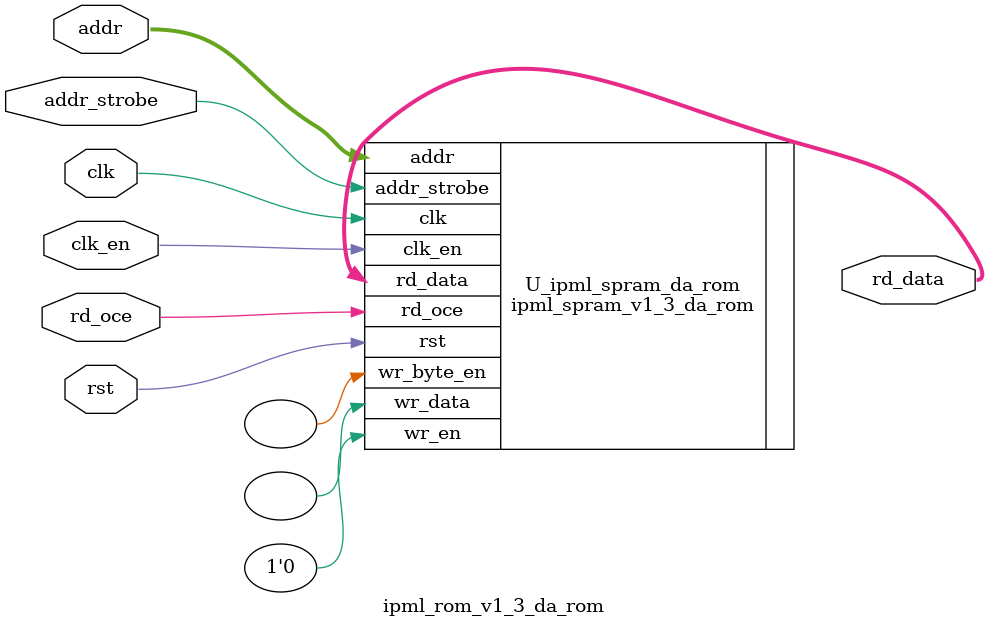
<source format=v>




module ipml_rom_v1_3_da_rom
 #(
    parameter  c_SIM_DEVICE     = "LOGOS"      ,
    parameter  c_ADDR_WIDTH     = 10           ,           //write address width  legal value:1~20 
    parameter  c_DATA_WIDTH     = 32           ,           //write data width     legal value:8~1152
    parameter  c_OUTPUT_REG     = 0            ,           //output register      legal value:1~20
    parameter  c_RD_OCE_EN      = 0            ,
    parameter  c_CLK_EN         = 0            ,
    parameter  c_ADDR_STROBE_EN = 0            ,
    parameter  c_RESET_TYPE     = "ASYNC_RESET",           //ASYNC_RESET_SYNC_RELEASE SYNC_RESET legal valve "ASYNC_RESET_SYNC_RELEASE" "SYNC_RESET" "ASYNC_RESET"
    parameter  c_POWER_OPT      = 0            ,           //0 :normal mode  1:low power mode legal value:0 or 1
    parameter  c_CLK_OR_POL_INV = 0            ,           //clk polarity invert for output register   legal value 1 or 0           
    parameter  c_INIT_FILE      = "NONE"       ,           //legal value:"NONE" or "initial file name"
    parameter  c_INIT_FORMAT    = "BIN"                   //initial data format   legal valve: "bin" or "hex"
    
 )
  (
   
    input  wire [c_ADDR_WIDTH-1 : 0]  addr        ,
    output wire [c_DATA_WIDTH-1 : 0]  rd_data     ,
    input  wire                       clk         ,
    input  wire                       clk_en      ,
    input  wire                       addr_strobe ,
    input  wire                       rst         ,
    input  wire                       rd_oce       
  );

//**********************************************************************************************************************************************   
    
//main code
//*************************************************************************************************************************************
//inner variables

ipml_spram_v1_3_da_rom
 #(
    .c_SIM_DEVICE     (c_SIM_DEVICE),
    .c_ADDR_WIDTH     (c_ADDR_WIDTH),           //write address width  legal value:1~20                              
    .c_DATA_WIDTH     (c_DATA_WIDTH),           //write data width     legal value:8~1152                            
    .c_OUTPUT_REG     (c_OUTPUT_REG),           //output register      legal value:1~20                              
    .c_RD_OCE_EN      (c_RD_OCE_EN),
    .c_ADDR_STROBE_EN (c_ADDR_STROBE_EN),
    .c_CLK_EN         (c_CLK_EN),
    .c_RESET_TYPE     (c_RESET_TYPE),           //legal valve "ASYNC_RESET_SYNC_RELEASE" "SYNC_RESET" "ASYNC_RESET"  
    .c_POWER_OPT      (c_POWER_OPT),            //0 :normal mode  1:low power mode legal value:0 or 1                 
    .c_CLK_OR_POL_INV (c_CLK_OR_POL_INV),       //clk polarity invert for output register legal value 1 or 0         
    .c_INIT_FILE      (c_INIT_FILE),            //legal value:"NONE" or "initial file name"                          
    .c_INIT_FORMAT    (c_INIT_FORMAT),          //initial data format   legal valve: "bin" or "hex"                  
    .c_WR_BYTE_EN     (0),                      //byte write enable    legal value: 0 or 1                            
    .c_BE_WIDTH       (8),                      //byte width legal value: 1~128
    .c_RAM_MODE       ("ROM"),
    .c_WRITE_MODE     ("NORMAL_WRITE")          //global reset enable  legal value 0 or 1                            
 )  U_ipml_spram_da_rom                       //"NORMAL_WRITE"; // TRANSPARENT_WRITE READ_BEFORE_WRITE             
  (
   
    .addr        (addr),
    .wr_data     (),
    .rd_data     (rd_data),
    .wr_en       (1'b0),
    .clk         (clk),
    .clk_en      (clk_en),
    .addr_strobe (addr_strobe),
    .rst         (rst),
    .wr_byte_en  (),
    .rd_oce      (rd_oce) 
  );
 

endmodule


</source>
